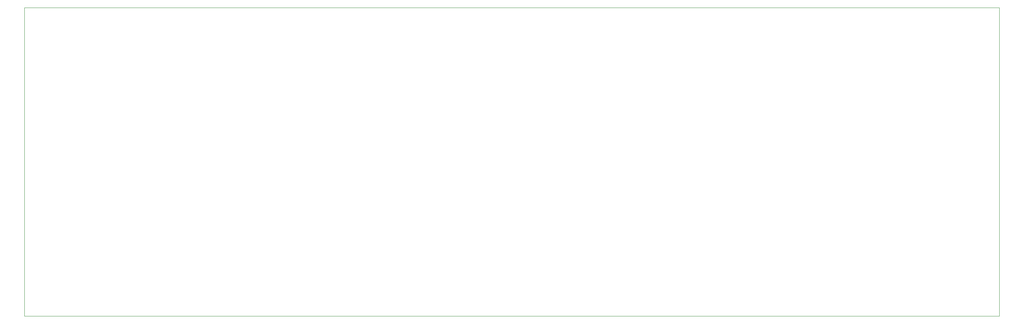
<source format=gm1>
G04 #@! TF.GenerationSoftware,KiCad,Pcbnew,5.1.4-e60b266~84~ubuntu18.04.1*
G04 #@! TF.CreationDate,2019-10-31T22:25:58+05:30*
G04 #@! TF.ProjectId,WemosClock,57656d6f-7343-46c6-9f63-6b2e6b696361,rev?*
G04 #@! TF.SameCoordinates,Original*
G04 #@! TF.FileFunction,Profile,NP*
%FSLAX46Y46*%
G04 Gerber Fmt 4.6, Leading zero omitted, Abs format (unit mm)*
G04 Created by KiCad (PCBNEW 5.1.4-e60b266~84~ubuntu18.04.1) date 2019-10-31 22:25:58*
%MOMM*%
%LPD*%
G04 APERTURE LIST*
%ADD10C,0.050000*%
G04 APERTURE END LIST*
D10*
X42952766Y-109996030D02*
X58952766Y-109996030D01*
X269954796Y-107995628D02*
X269951939Y-109998520D01*
X58952766Y-109996030D02*
X269951939Y-109998520D01*
X42957813Y-38000346D02*
X42952766Y-109996030D01*
X253953751Y-38003545D02*
X269953522Y-38000077D01*
X269953522Y-38000077D02*
X269954796Y-107995628D01*
X42957813Y-38000346D02*
X253953751Y-38003545D01*
M02*

</source>
